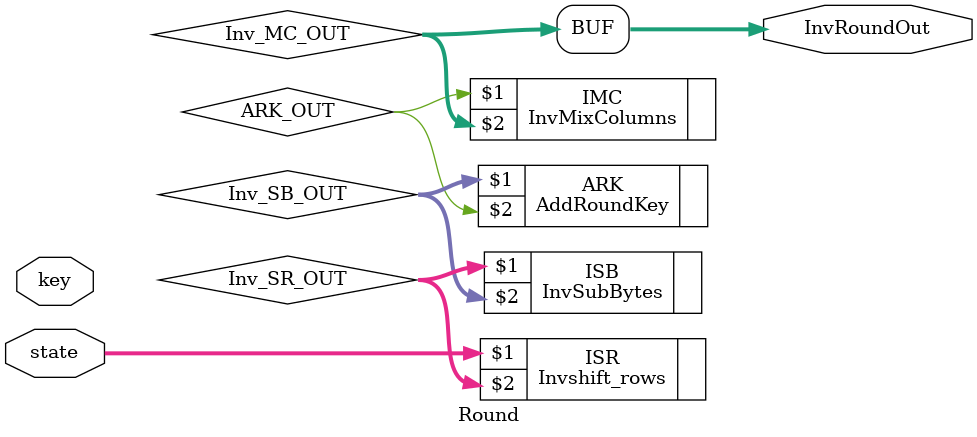
<source format=v>
module Round #(parameter Nk=4,parameter Nr=10) (state, key, InvRoundOut);

// Main module parameters
input [127:0] state;
input [32*Nk -1: 0] key;
output [127:0] InvRoundOut;

// Temp wires
wire [127:0] Inv_SB_OUT, Inv_SR_OUT, Inv_MC_OUT, Inv_ARK_OUT;

// Inverse Round steps
Invshift_rows ISR(state, Inv_SR_OUT);
InvSubBytes ISB (Inv_SR_OUT, Inv_SB_OUT);
AddRoundKey ARK(Inv_SB_OUT, ARK_OUT);
InvMixColumns IMC(ARK_OUT, Inv_MC_OUT);

assign InvRoundOut = Inv_MC_OUT;

endmodule

</source>
